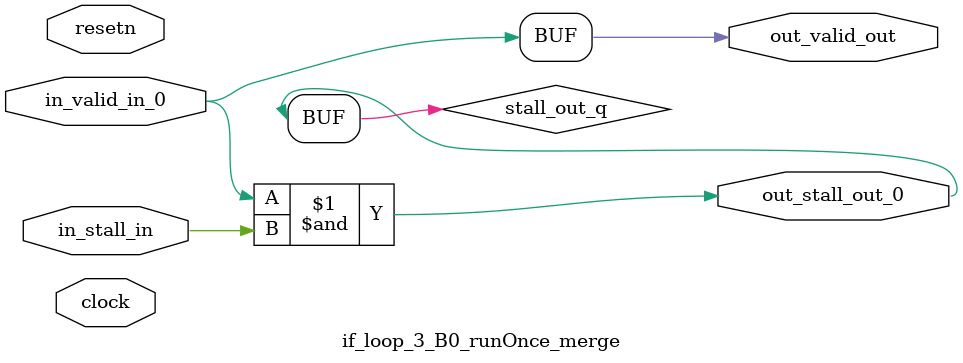
<source format=sv>



(* altera_attribute = "-name AUTO_SHIFT_REGISTER_RECOGNITION OFF; -name MESSAGE_DISABLE 10036; -name MESSAGE_DISABLE 10037; -name MESSAGE_DISABLE 14130; -name MESSAGE_DISABLE 14320; -name MESSAGE_DISABLE 15400; -name MESSAGE_DISABLE 14130; -name MESSAGE_DISABLE 10036; -name MESSAGE_DISABLE 12020; -name MESSAGE_DISABLE 12030; -name MESSAGE_DISABLE 12010; -name MESSAGE_DISABLE 12110; -name MESSAGE_DISABLE 14320; -name MESSAGE_DISABLE 13410; -name MESSAGE_DISABLE 113007; -name MESSAGE_DISABLE 10958" *)
module if_loop_3_B0_runOnce_merge (
    input wire [0:0] in_stall_in,
    input wire [0:0] in_valid_in_0,
    output wire [0:0] out_stall_out_0,
    output wire [0:0] out_valid_out,
    input wire clock,
    input wire resetn
    );

    wire [0:0] stall_out_q;


    // stall_out(LOGICAL,6)
    assign stall_out_q = in_valid_in_0 & in_stall_in;

    // out_stall_out_0(GPOUT,4)
    assign out_stall_out_0 = stall_out_q;

    // out_valid_out(GPOUT,5)
    assign out_valid_out = in_valid_in_0;

endmodule

</source>
